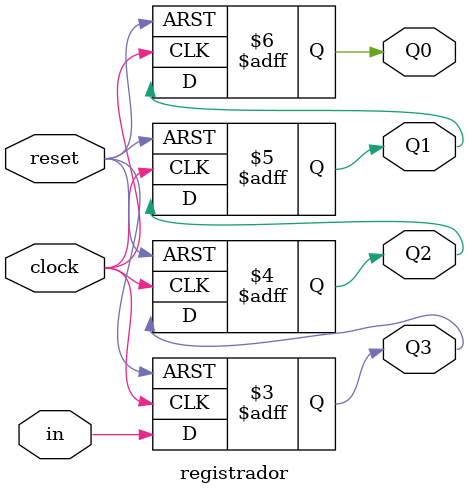
<source format=v>
module registrador(Q3,Q2,Q1,Q0,in,reset,clock);

input in, reset, clock;

output reg Q3,Q2,Q1,Q0;

always @(posedge clock or negedge reset)

begin

	if (reset==0)
		begin
			Q3 <= 1'b0;
			Q2 <= 1'b0;
			Q1 <= 1'b0;
			Q0 <= 1'b0;
		end
		else
		begin
			Q3 <= in;
			Q2 <= Q3;
			Q1 <= Q2;
			Q0 <= Q1;
		end
	end
	
endmodule

</source>
